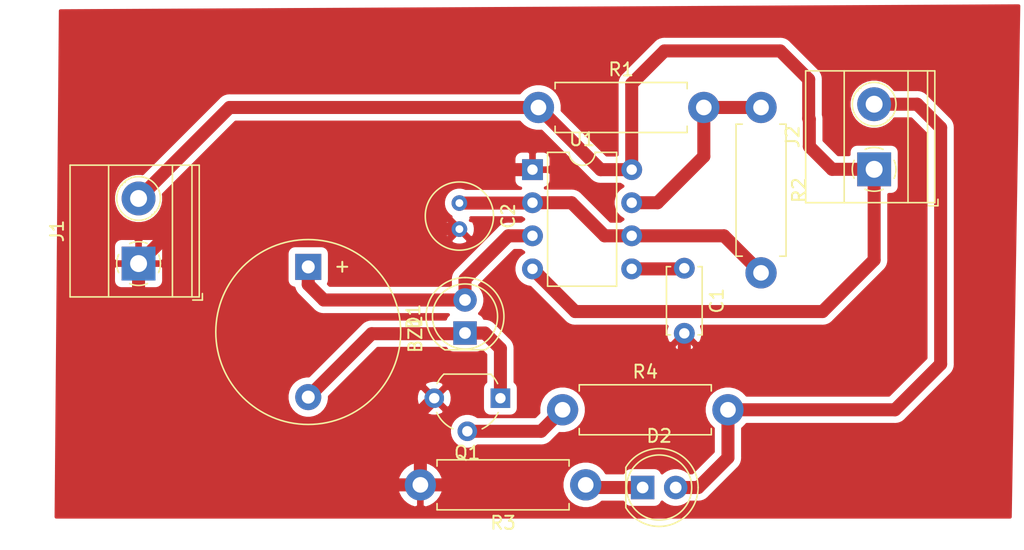
<source format=kicad_pcb>
(kicad_pcb (version 20171130) (host pcbnew "(5.1.12)-1")

  (general
    (thickness 1.6)
    (drawings 4)
    (tracks 75)
    (zones 0)
    (modules 13)
    (nets 11)
  )

  (page A4)
  (layers
    (0 F.Cu signal)
    (31 B.Cu signal)
    (32 B.Adhes user)
    (33 F.Adhes user)
    (34 B.Paste user)
    (35 F.Paste user)
    (36 B.SilkS user)
    (37 F.SilkS user)
    (38 B.Mask user)
    (39 F.Mask user)
    (40 Dwgs.User user)
    (41 Cmts.User user)
    (42 Eco1.User user)
    (43 Eco2.User user)
    (44 Edge.Cuts user)
    (45 Margin user)
    (46 B.CrtYd user)
    (47 F.CrtYd user)
    (48 B.Fab user)
    (49 F.Fab user)
  )

  (setup
    (last_trace_width 1)
    (trace_clearance 0.2)
    (zone_clearance 0.508)
    (zone_45_only no)
    (trace_min 0.2)
    (via_size 0.8)
    (via_drill 0.4)
    (via_min_size 0.4)
    (via_min_drill 0.3)
    (uvia_size 0.3)
    (uvia_drill 0.1)
    (uvias_allowed no)
    (uvia_min_size 0.2)
    (uvia_min_drill 0.1)
    (edge_width 0.05)
    (segment_width 0.2)
    (pcb_text_width 0.3)
    (pcb_text_size 1.5 1.5)
    (mod_edge_width 0.12)
    (mod_text_size 1 1)
    (mod_text_width 0.15)
    (pad_size 1.524 1.524)
    (pad_drill 0.762)
    (pad_to_mask_clearance 0)
    (aux_axis_origin 0 0)
    (visible_elements FFFFFF7F)
    (pcbplotparams
      (layerselection 0x010fc_ffffffff)
      (usegerberextensions false)
      (usegerberattributes true)
      (usegerberadvancedattributes true)
      (creategerberjobfile true)
      (excludeedgelayer true)
      (linewidth 0.100000)
      (plotframeref false)
      (viasonmask false)
      (mode 1)
      (useauxorigin false)
      (hpglpennumber 1)
      (hpglpenspeed 20)
      (hpglpendiameter 15.000000)
      (psnegative false)
      (psa4output false)
      (plotreference true)
      (plotvalue true)
      (plotinvisibletext false)
      (padsonsilk false)
      (subtractmaskfromsilk false)
      (outputformat 1)
      (mirror false)
      (drillshape 1)
      (scaleselection 1)
      (outputdirectory ""))
  )

  (net 0 "")
  (net 1 "Net-(BZ1-Pad1)")
  (net 2 "Net-(BZ1-Pad2)")
  (net 3 GND)
  (net 4 "Net-(C1-Pad1)")
  (net 5 "Net-(D2-Pad2)")
  (net 6 "Net-(D2-Pad1)")
  (net 7 "Net-(J1-Pad2)")
  (net 8 "Net-(Q1-Pad2)")
  (net 9 "Net-(R1-Pad2)")
  (net 10 "Net-(C2-Pad1)")

  (net_class Default "This is the default net class."
    (clearance 0.2)
    (trace_width 1)
    (via_dia 0.8)
    (via_drill 0.4)
    (uvia_dia 0.3)
    (uvia_drill 0.1)
    (add_net GND)
    (add_net "Net-(BZ1-Pad1)")
    (add_net "Net-(BZ1-Pad2)")
    (add_net "Net-(C1-Pad1)")
    (add_net "Net-(C2-Pad1)")
    (add_net "Net-(D2-Pad1)")
    (add_net "Net-(D2-Pad2)")
    (add_net "Net-(J1-Pad2)")
    (add_net "Net-(Q1-Pad2)")
    (add_net "Net-(R1-Pad2)")
  )

  (module Package_DIP:DIP-8_W7.62mm (layer F.Cu) (tedit 5A02E8C5) (tstamp 6194AA10)
    (at 94.5388 119.126)
    (descr "8-lead though-hole mounted DIP package, row spacing 7.62 mm (300 mils)")
    (tags "THT DIP DIL PDIP 2.54mm 7.62mm 300mil")
    (path /61A2F806)
    (fp_text reference U1 (at 3.81 -2.33) (layer F.SilkS)
      (effects (font (size 1 1) (thickness 0.15)))
    )
    (fp_text value NE555P (at 3.81 9.95) (layer F.Fab)
      (effects (font (size 1 1) (thickness 0.15)))
    )
    (fp_text user %R (at 3.81 3.81) (layer F.Fab)
      (effects (font (size 1 1) (thickness 0.15)))
    )
    (fp_arc (start 3.81 -1.33) (end 2.81 -1.33) (angle -180) (layer F.SilkS) (width 0.12))
    (fp_line (start 1.635 -1.27) (end 6.985 -1.27) (layer F.Fab) (width 0.1))
    (fp_line (start 6.985 -1.27) (end 6.985 8.89) (layer F.Fab) (width 0.1))
    (fp_line (start 6.985 8.89) (end 0.635 8.89) (layer F.Fab) (width 0.1))
    (fp_line (start 0.635 8.89) (end 0.635 -0.27) (layer F.Fab) (width 0.1))
    (fp_line (start 0.635 -0.27) (end 1.635 -1.27) (layer F.Fab) (width 0.1))
    (fp_line (start 2.81 -1.33) (end 1.16 -1.33) (layer F.SilkS) (width 0.12))
    (fp_line (start 1.16 -1.33) (end 1.16 8.95) (layer F.SilkS) (width 0.12))
    (fp_line (start 1.16 8.95) (end 6.46 8.95) (layer F.SilkS) (width 0.12))
    (fp_line (start 6.46 8.95) (end 6.46 -1.33) (layer F.SilkS) (width 0.12))
    (fp_line (start 6.46 -1.33) (end 4.81 -1.33) (layer F.SilkS) (width 0.12))
    (fp_line (start -1.1 -1.55) (end -1.1 9.15) (layer F.CrtYd) (width 0.05))
    (fp_line (start -1.1 9.15) (end 8.7 9.15) (layer F.CrtYd) (width 0.05))
    (fp_line (start 8.7 9.15) (end 8.7 -1.55) (layer F.CrtYd) (width 0.05))
    (fp_line (start 8.7 -1.55) (end -1.1 -1.55) (layer F.CrtYd) (width 0.05))
    (pad 8 thru_hole oval (at 7.62 0) (size 1.6 1.6) (drill 0.8) (layers *.Cu *.Mask)
      (net 7 "Net-(J1-Pad2)"))
    (pad 4 thru_hole oval (at 0 7.62) (size 1.6 1.6) (drill 0.8) (layers *.Cu *.Mask)
      (net 7 "Net-(J1-Pad2)"))
    (pad 7 thru_hole oval (at 7.62 2.54) (size 1.6 1.6) (drill 0.8) (layers *.Cu *.Mask)
      (net 9 "Net-(R1-Pad2)"))
    (pad 3 thru_hole oval (at 0 5.08) (size 1.6 1.6) (drill 0.8) (layers *.Cu *.Mask)
      (net 1 "Net-(BZ1-Pad1)"))
    (pad 6 thru_hole oval (at 7.62 5.08) (size 1.6 1.6) (drill 0.8) (layers *.Cu *.Mask)
      (net 10 "Net-(C2-Pad1)"))
    (pad 2 thru_hole oval (at 0 2.54) (size 1.6 1.6) (drill 0.8) (layers *.Cu *.Mask)
      (net 10 "Net-(C2-Pad1)"))
    (pad 5 thru_hole oval (at 7.62 7.62) (size 1.6 1.6) (drill 0.8) (layers *.Cu *.Mask)
      (net 4 "Net-(C1-Pad1)"))
    (pad 1 thru_hole rect (at 0 0) (size 1.6 1.6) (drill 0.8) (layers *.Cu *.Mask)
      (net 3 GND))
    (model ${KISYS3DMOD}/Package_DIP.3dshapes/DIP-8_W7.62mm.wrl
      (at (xyz 0 0 0))
      (scale (xyz 1 1 1))
      (rotate (xyz 0 0 0))
    )
  )

  (module Resistor_THT:R_Axial_DIN0411_L9.9mm_D3.6mm_P12.70mm_Horizontal (layer F.Cu) (tedit 5AE5139B) (tstamp 6194A9F4)
    (at 96.8502 137.5664)
    (descr "Resistor, Axial_DIN0411 series, Axial, Horizontal, pin pitch=12.7mm, 1W, length*diameter=9.9*3.6mm^2")
    (tags "Resistor Axial_DIN0411 series Axial Horizontal pin pitch 12.7mm 1W length 9.9mm diameter 3.6mm")
    (path /61A25E83)
    (fp_text reference R4 (at 6.35 -2.92) (layer F.SilkS)
      (effects (font (size 1 1) (thickness 0.15)))
    )
    (fp_text value R_Small (at 6.35 2.92) (layer F.Fab)
      (effects (font (size 1 1) (thickness 0.15)))
    )
    (fp_text user %R (at 6.35 0) (layer F.Fab)
      (effects (font (size 1 1) (thickness 0.15)))
    )
    (fp_line (start 1.4 -1.8) (end 1.4 1.8) (layer F.Fab) (width 0.1))
    (fp_line (start 1.4 1.8) (end 11.3 1.8) (layer F.Fab) (width 0.1))
    (fp_line (start 11.3 1.8) (end 11.3 -1.8) (layer F.Fab) (width 0.1))
    (fp_line (start 11.3 -1.8) (end 1.4 -1.8) (layer F.Fab) (width 0.1))
    (fp_line (start 0 0) (end 1.4 0) (layer F.Fab) (width 0.1))
    (fp_line (start 12.7 0) (end 11.3 0) (layer F.Fab) (width 0.1))
    (fp_line (start 1.28 -1.44) (end 1.28 -1.92) (layer F.SilkS) (width 0.12))
    (fp_line (start 1.28 -1.92) (end 11.42 -1.92) (layer F.SilkS) (width 0.12))
    (fp_line (start 11.42 -1.92) (end 11.42 -1.44) (layer F.SilkS) (width 0.12))
    (fp_line (start 1.28 1.44) (end 1.28 1.92) (layer F.SilkS) (width 0.12))
    (fp_line (start 1.28 1.92) (end 11.42 1.92) (layer F.SilkS) (width 0.12))
    (fp_line (start 11.42 1.92) (end 11.42 1.44) (layer F.SilkS) (width 0.12))
    (fp_line (start -1.45 -2.05) (end -1.45 2.05) (layer F.CrtYd) (width 0.05))
    (fp_line (start -1.45 2.05) (end 14.15 2.05) (layer F.CrtYd) (width 0.05))
    (fp_line (start 14.15 2.05) (end 14.15 -2.05) (layer F.CrtYd) (width 0.05))
    (fp_line (start 14.15 -2.05) (end -1.45 -2.05) (layer F.CrtYd) (width 0.05))
    (pad 2 thru_hole oval (at 12.7 0) (size 2.4 2.4) (drill 1.2) (layers *.Cu *.Mask)
      (net 5 "Net-(D2-Pad2)"))
    (pad 1 thru_hole circle (at 0 0) (size 2.4 2.4) (drill 1.2) (layers *.Cu *.Mask)
      (net 8 "Net-(Q1-Pad2)"))
    (model ${KISYS3DMOD}/Resistor_THT.3dshapes/R_Axial_DIN0411_L9.9mm_D3.6mm_P12.70mm_Horizontal.wrl
      (at (xyz 0 0 0))
      (scale (xyz 1 1 1))
      (rotate (xyz 0 0 0))
    )
  )

  (module Resistor_THT:R_Axial_DIN0411_L9.9mm_D3.6mm_P12.70mm_Horizontal (layer F.Cu) (tedit 5AE5139B) (tstamp 6194A9DD)
    (at 98.6282 143.3322 180)
    (descr "Resistor, Axial_DIN0411 series, Axial, Horizontal, pin pitch=12.7mm, 1W, length*diameter=9.9*3.6mm^2")
    (tags "Resistor Axial_DIN0411 series Axial Horizontal pin pitch 12.7mm 1W length 9.9mm diameter 3.6mm")
    (path /61A170EA)
    (fp_text reference R3 (at 6.35 -2.92) (layer F.SilkS)
      (effects (font (size 1 1) (thickness 0.15)))
    )
    (fp_text value R_Small (at 6.35 2.92) (layer F.Fab)
      (effects (font (size 1 1) (thickness 0.15)))
    )
    (fp_text user %R (at 6.35 0) (layer F.Fab)
      (effects (font (size 1 1) (thickness 0.15)))
    )
    (fp_line (start 1.4 -1.8) (end 1.4 1.8) (layer F.Fab) (width 0.1))
    (fp_line (start 1.4 1.8) (end 11.3 1.8) (layer F.Fab) (width 0.1))
    (fp_line (start 11.3 1.8) (end 11.3 -1.8) (layer F.Fab) (width 0.1))
    (fp_line (start 11.3 -1.8) (end 1.4 -1.8) (layer F.Fab) (width 0.1))
    (fp_line (start 0 0) (end 1.4 0) (layer F.Fab) (width 0.1))
    (fp_line (start 12.7 0) (end 11.3 0) (layer F.Fab) (width 0.1))
    (fp_line (start 1.28 -1.44) (end 1.28 -1.92) (layer F.SilkS) (width 0.12))
    (fp_line (start 1.28 -1.92) (end 11.42 -1.92) (layer F.SilkS) (width 0.12))
    (fp_line (start 11.42 -1.92) (end 11.42 -1.44) (layer F.SilkS) (width 0.12))
    (fp_line (start 1.28 1.44) (end 1.28 1.92) (layer F.SilkS) (width 0.12))
    (fp_line (start 1.28 1.92) (end 11.42 1.92) (layer F.SilkS) (width 0.12))
    (fp_line (start 11.42 1.92) (end 11.42 1.44) (layer F.SilkS) (width 0.12))
    (fp_line (start -1.45 -2.05) (end -1.45 2.05) (layer F.CrtYd) (width 0.05))
    (fp_line (start -1.45 2.05) (end 14.15 2.05) (layer F.CrtYd) (width 0.05))
    (fp_line (start 14.15 2.05) (end 14.15 -2.05) (layer F.CrtYd) (width 0.05))
    (fp_line (start 14.15 -2.05) (end -1.45 -2.05) (layer F.CrtYd) (width 0.05))
    (pad 2 thru_hole oval (at 12.7 0 180) (size 2.4 2.4) (drill 1.2) (layers *.Cu *.Mask)
      (net 3 GND))
    (pad 1 thru_hole circle (at 0 0 180) (size 2.4 2.4) (drill 1.2) (layers *.Cu *.Mask)
      (net 6 "Net-(D2-Pad1)"))
    (model ${KISYS3DMOD}/Resistor_THT.3dshapes/R_Axial_DIN0411_L9.9mm_D3.6mm_P12.70mm_Horizontal.wrl
      (at (xyz 0 0 0))
      (scale (xyz 1 1 1))
      (rotate (xyz 0 0 0))
    )
  )

  (module Resistor_THT:R_Axial_DIN0411_L9.9mm_D3.6mm_P12.70mm_Horizontal (layer F.Cu) (tedit 5AE5139B) (tstamp 6194A9C6)
    (at 112.0902 114.3508 270)
    (descr "Resistor, Axial_DIN0411 series, Axial, Horizontal, pin pitch=12.7mm, 1W, length*diameter=9.9*3.6mm^2")
    (tags "Resistor Axial_DIN0411 series Axial Horizontal pin pitch 12.7mm 1W length 9.9mm diameter 3.6mm")
    (path /61A16441)
    (fp_text reference R2 (at 6.35 -2.92 90) (layer F.SilkS)
      (effects (font (size 1 1) (thickness 0.15)))
    )
    (fp_text value R_Small (at 6.35 2.92 90) (layer F.Fab)
      (effects (font (size 1 1) (thickness 0.15)))
    )
    (fp_text user %R (at 6.35 0 90) (layer F.Fab)
      (effects (font (size 1 1) (thickness 0.15)))
    )
    (fp_line (start 1.4 -1.8) (end 1.4 1.8) (layer F.Fab) (width 0.1))
    (fp_line (start 1.4 1.8) (end 11.3 1.8) (layer F.Fab) (width 0.1))
    (fp_line (start 11.3 1.8) (end 11.3 -1.8) (layer F.Fab) (width 0.1))
    (fp_line (start 11.3 -1.8) (end 1.4 -1.8) (layer F.Fab) (width 0.1))
    (fp_line (start 0 0) (end 1.4 0) (layer F.Fab) (width 0.1))
    (fp_line (start 12.7 0) (end 11.3 0) (layer F.Fab) (width 0.1))
    (fp_line (start 1.28 -1.44) (end 1.28 -1.92) (layer F.SilkS) (width 0.12))
    (fp_line (start 1.28 -1.92) (end 11.42 -1.92) (layer F.SilkS) (width 0.12))
    (fp_line (start 11.42 -1.92) (end 11.42 -1.44) (layer F.SilkS) (width 0.12))
    (fp_line (start 1.28 1.44) (end 1.28 1.92) (layer F.SilkS) (width 0.12))
    (fp_line (start 1.28 1.92) (end 11.42 1.92) (layer F.SilkS) (width 0.12))
    (fp_line (start 11.42 1.92) (end 11.42 1.44) (layer F.SilkS) (width 0.12))
    (fp_line (start -1.45 -2.05) (end -1.45 2.05) (layer F.CrtYd) (width 0.05))
    (fp_line (start -1.45 2.05) (end 14.15 2.05) (layer F.CrtYd) (width 0.05))
    (fp_line (start 14.15 2.05) (end 14.15 -2.05) (layer F.CrtYd) (width 0.05))
    (fp_line (start 14.15 -2.05) (end -1.45 -2.05) (layer F.CrtYd) (width 0.05))
    (pad 2 thru_hole oval (at 12.7 0 270) (size 2.4 2.4) (drill 1.2) (layers *.Cu *.Mask)
      (net 10 "Net-(C2-Pad1)"))
    (pad 1 thru_hole circle (at 0 0 270) (size 2.4 2.4) (drill 1.2) (layers *.Cu *.Mask)
      (net 9 "Net-(R1-Pad2)"))
    (model ${KISYS3DMOD}/Resistor_THT.3dshapes/R_Axial_DIN0411_L9.9mm_D3.6mm_P12.70mm_Horizontal.wrl
      (at (xyz 0 0 0))
      (scale (xyz 1 1 1))
      (rotate (xyz 0 0 0))
    )
  )

  (module Resistor_THT:R_Axial_DIN0411_L9.9mm_D3.6mm_P12.70mm_Horizontal (layer F.Cu) (tedit 5AE5139B) (tstamp 6194A9AF)
    (at 94.996 114.3508)
    (descr "Resistor, Axial_DIN0411 series, Axial, Horizontal, pin pitch=12.7mm, 1W, length*diameter=9.9*3.6mm^2")
    (tags "Resistor Axial_DIN0411 series Axial Horizontal pin pitch 12.7mm 1W length 9.9mm diameter 3.6mm")
    (path /61A16DD0)
    (fp_text reference R1 (at 6.35 -2.92) (layer F.SilkS)
      (effects (font (size 1 1) (thickness 0.15)))
    )
    (fp_text value R_Small (at 6.35 2.92) (layer F.Fab)
      (effects (font (size 1 1) (thickness 0.15)))
    )
    (fp_text user %R (at 6.35 0) (layer F.Fab)
      (effects (font (size 1 1) (thickness 0.15)))
    )
    (fp_line (start 1.4 -1.8) (end 1.4 1.8) (layer F.Fab) (width 0.1))
    (fp_line (start 1.4 1.8) (end 11.3 1.8) (layer F.Fab) (width 0.1))
    (fp_line (start 11.3 1.8) (end 11.3 -1.8) (layer F.Fab) (width 0.1))
    (fp_line (start 11.3 -1.8) (end 1.4 -1.8) (layer F.Fab) (width 0.1))
    (fp_line (start 0 0) (end 1.4 0) (layer F.Fab) (width 0.1))
    (fp_line (start 12.7 0) (end 11.3 0) (layer F.Fab) (width 0.1))
    (fp_line (start 1.28 -1.44) (end 1.28 -1.92) (layer F.SilkS) (width 0.12))
    (fp_line (start 1.28 -1.92) (end 11.42 -1.92) (layer F.SilkS) (width 0.12))
    (fp_line (start 11.42 -1.92) (end 11.42 -1.44) (layer F.SilkS) (width 0.12))
    (fp_line (start 1.28 1.44) (end 1.28 1.92) (layer F.SilkS) (width 0.12))
    (fp_line (start 1.28 1.92) (end 11.42 1.92) (layer F.SilkS) (width 0.12))
    (fp_line (start 11.42 1.92) (end 11.42 1.44) (layer F.SilkS) (width 0.12))
    (fp_line (start -1.45 -2.05) (end -1.45 2.05) (layer F.CrtYd) (width 0.05))
    (fp_line (start -1.45 2.05) (end 14.15 2.05) (layer F.CrtYd) (width 0.05))
    (fp_line (start 14.15 2.05) (end 14.15 -2.05) (layer F.CrtYd) (width 0.05))
    (fp_line (start 14.15 -2.05) (end -1.45 -2.05) (layer F.CrtYd) (width 0.05))
    (pad 2 thru_hole oval (at 12.7 0) (size 2.4 2.4) (drill 1.2) (layers *.Cu *.Mask)
      (net 9 "Net-(R1-Pad2)"))
    (pad 1 thru_hole circle (at 0 0) (size 2.4 2.4) (drill 1.2) (layers *.Cu *.Mask)
      (net 7 "Net-(J1-Pad2)"))
    (model ${KISYS3DMOD}/Resistor_THT.3dshapes/R_Axial_DIN0411_L9.9mm_D3.6mm_P12.70mm_Horizontal.wrl
      (at (xyz 0 0 0))
      (scale (xyz 1 1 1))
      (rotate (xyz 0 0 0))
    )
  )

  (module Package_TO_SOT_THT:TO-92_Wide (layer F.Cu) (tedit 5A2795B7) (tstamp 6194A998)
    (at 92.075 136.6774 180)
    (descr "TO-92 leads molded, wide, drill 0.75mm (see NXP sot054_po.pdf)")
    (tags "to-92 sc-43 sc-43a sot54 PA33 transistor")
    (path /61A22068)
    (fp_text reference Q1 (at 2.55 -4.19) (layer F.SilkS)
      (effects (font (size 1 1) (thickness 0.15)))
    )
    (fp_text value BC557 (at 2.54 2.79) (layer F.Fab)
      (effects (font (size 1 1) (thickness 0.15)))
    )
    (fp_arc (start 2.54 0) (end 4.34 1.85) (angle -20) (layer F.SilkS) (width 0.12))
    (fp_arc (start 2.54 0) (end 2.54 -2.48) (angle -135) (layer F.Fab) (width 0.1))
    (fp_arc (start 2.54 0) (end 2.54 -2.48) (angle 135) (layer F.Fab) (width 0.1))
    (fp_arc (start 2.54 0) (end 3.65 -2.35) (angle 39.71668247) (layer F.SilkS) (width 0.12))
    (fp_arc (start 2.54 0) (end 1.4 -2.35) (angle -39.12170074) (layer F.SilkS) (width 0.12))
    (fp_arc (start 2.54 0) (end 0.74 1.85) (angle 20) (layer F.SilkS) (width 0.12))
    (fp_text user %R (at 2.54 0) (layer F.Fab)
      (effects (font (size 1 1) (thickness 0.15)))
    )
    (fp_line (start 0.74 1.85) (end 4.34 1.85) (layer F.SilkS) (width 0.12))
    (fp_line (start 0.8 1.75) (end 4.3 1.75) (layer F.Fab) (width 0.1))
    (fp_line (start -1.01 -3.55) (end 6.09 -3.55) (layer F.CrtYd) (width 0.05))
    (fp_line (start -1.01 -3.55) (end -1.01 2.01) (layer F.CrtYd) (width 0.05))
    (fp_line (start 6.09 2.01) (end 6.09 -3.55) (layer F.CrtYd) (width 0.05))
    (fp_line (start 6.09 2.01) (end -1.01 2.01) (layer F.CrtYd) (width 0.05))
    (pad 1 thru_hole rect (at 0 0 180) (size 1.5 1.5) (drill 0.8) (layers *.Cu *.Mask)
      (net 2 "Net-(BZ1-Pad2)"))
    (pad 3 thru_hole circle (at 5.08 0 180) (size 1.5 1.5) (drill 0.8) (layers *.Cu *.Mask)
      (net 3 GND))
    (pad 2 thru_hole circle (at 2.54 -2.54 180) (size 1.5 1.5) (drill 0.8) (layers *.Cu *.Mask)
      (net 8 "Net-(Q1-Pad2)"))
    (model ${KISYS3DMOD}/Package_TO_SOT_THT.3dshapes/TO-92_Wide.wrl
      (at (xyz 0 0 0))
      (scale (xyz 1 1 1))
      (rotate (xyz 0 0 0))
    )
  )

  (module TerminalBlock_Phoenix:TerminalBlock_Phoenix_MKDS-1,5-2_1x02_P5.00mm_Horizontal (layer F.Cu) (tedit 5B294EE5) (tstamp 6194A984)
    (at 120.777 119.1006 90)
    (descr "Terminal Block Phoenix MKDS-1,5-2, 2 pins, pitch 5mm, size 10x9.8mm^2, drill diamater 1.3mm, pad diameter 2.6mm, see http://www.farnell.com/datasheets/100425.pdf, script-generated using https://github.com/pointhi/kicad-footprint-generator/scripts/TerminalBlock_Phoenix")
    (tags "THT Terminal Block Phoenix MKDS-1,5-2 pitch 5mm size 10x9.8mm^2 drill 1.3mm pad 2.6mm")
    (path /61A2945E)
    (fp_text reference J2 (at 2.5 -6.26 90) (layer F.SilkS)
      (effects (font (size 1 1) (thickness 0.15)))
    )
    (fp_text value Screw_Terminal_01x02 (at 2.5 5.66 90) (layer F.Fab)
      (effects (font (size 1 1) (thickness 0.15)))
    )
    (fp_text user %R (at 2.5 3.2 90) (layer F.Fab)
      (effects (font (size 1 1) (thickness 0.15)))
    )
    (fp_arc (start 0 0) (end -0.684 1.535) (angle -25) (layer F.SilkS) (width 0.12))
    (fp_arc (start 0 0) (end -1.535 -0.684) (angle -48) (layer F.SilkS) (width 0.12))
    (fp_arc (start 0 0) (end 0.684 -1.535) (angle -48) (layer F.SilkS) (width 0.12))
    (fp_arc (start 0 0) (end 1.535 0.684) (angle -48) (layer F.SilkS) (width 0.12))
    (fp_arc (start 0 0) (end 0 1.68) (angle -24) (layer F.SilkS) (width 0.12))
    (fp_circle (center 0 0) (end 1.5 0) (layer F.Fab) (width 0.1))
    (fp_circle (center 5 0) (end 6.5 0) (layer F.Fab) (width 0.1))
    (fp_circle (center 5 0) (end 6.68 0) (layer F.SilkS) (width 0.12))
    (fp_line (start -2.5 -5.2) (end 7.5 -5.2) (layer F.Fab) (width 0.1))
    (fp_line (start 7.5 -5.2) (end 7.5 4.6) (layer F.Fab) (width 0.1))
    (fp_line (start 7.5 4.6) (end -2 4.6) (layer F.Fab) (width 0.1))
    (fp_line (start -2 4.6) (end -2.5 4.1) (layer F.Fab) (width 0.1))
    (fp_line (start -2.5 4.1) (end -2.5 -5.2) (layer F.Fab) (width 0.1))
    (fp_line (start -2.5 4.1) (end 7.5 4.1) (layer F.Fab) (width 0.1))
    (fp_line (start -2.56 4.1) (end 7.56 4.1) (layer F.SilkS) (width 0.12))
    (fp_line (start -2.5 2.6) (end 7.5 2.6) (layer F.Fab) (width 0.1))
    (fp_line (start -2.56 2.6) (end 7.56 2.6) (layer F.SilkS) (width 0.12))
    (fp_line (start -2.5 -2.3) (end 7.5 -2.3) (layer F.Fab) (width 0.1))
    (fp_line (start -2.56 -2.301) (end 7.56 -2.301) (layer F.SilkS) (width 0.12))
    (fp_line (start -2.56 -5.261) (end 7.56 -5.261) (layer F.SilkS) (width 0.12))
    (fp_line (start -2.56 4.66) (end 7.56 4.66) (layer F.SilkS) (width 0.12))
    (fp_line (start -2.56 -5.261) (end -2.56 4.66) (layer F.SilkS) (width 0.12))
    (fp_line (start 7.56 -5.261) (end 7.56 4.66) (layer F.SilkS) (width 0.12))
    (fp_line (start 1.138 -0.955) (end -0.955 1.138) (layer F.Fab) (width 0.1))
    (fp_line (start 0.955 -1.138) (end -1.138 0.955) (layer F.Fab) (width 0.1))
    (fp_line (start 6.138 -0.955) (end 4.046 1.138) (layer F.Fab) (width 0.1))
    (fp_line (start 5.955 -1.138) (end 3.863 0.955) (layer F.Fab) (width 0.1))
    (fp_line (start 6.275 -1.069) (end 6.228 -1.023) (layer F.SilkS) (width 0.12))
    (fp_line (start 3.966 1.239) (end 3.931 1.274) (layer F.SilkS) (width 0.12))
    (fp_line (start 6.07 -1.275) (end 6.035 -1.239) (layer F.SilkS) (width 0.12))
    (fp_line (start 3.773 1.023) (end 3.726 1.069) (layer F.SilkS) (width 0.12))
    (fp_line (start -2.8 4.16) (end -2.8 4.9) (layer F.SilkS) (width 0.12))
    (fp_line (start -2.8 4.9) (end -2.3 4.9) (layer F.SilkS) (width 0.12))
    (fp_line (start -3 -5.71) (end -3 5.1) (layer F.CrtYd) (width 0.05))
    (fp_line (start -3 5.1) (end 8 5.1) (layer F.CrtYd) (width 0.05))
    (fp_line (start 8 5.1) (end 8 -5.71) (layer F.CrtYd) (width 0.05))
    (fp_line (start 8 -5.71) (end -3 -5.71) (layer F.CrtYd) (width 0.05))
    (pad 2 thru_hole circle (at 5 0 90) (size 2.6 2.6) (drill 1.3) (layers *.Cu *.Mask)
      (net 5 "Net-(D2-Pad2)"))
    (pad 1 thru_hole rect (at 0 0 90) (size 2.6 2.6) (drill 1.3) (layers *.Cu *.Mask)
      (net 7 "Net-(J1-Pad2)"))
    (model ${KISYS3DMOD}/TerminalBlock_Phoenix.3dshapes/TerminalBlock_Phoenix_MKDS-1,5-2_1x02_P5.00mm_Horizontal.wrl
      (at (xyz 0 0 0))
      (scale (xyz 1 1 1))
      (rotate (xyz 0 0 0))
    )
  )

  (module TerminalBlock_Phoenix:TerminalBlock_Phoenix_MKDS-1,5-2_1x02_P5.00mm_Horizontal (layer F.Cu) (tedit 5B294EE5) (tstamp 6194A958)
    (at 64.2874 126.3396 90)
    (descr "Terminal Block Phoenix MKDS-1,5-2, 2 pins, pitch 5mm, size 10x9.8mm^2, drill diamater 1.3mm, pad diameter 2.6mm, see http://www.farnell.com/datasheets/100425.pdf, script-generated using https://github.com/pointhi/kicad-footprint-generator/scripts/TerminalBlock_Phoenix")
    (tags "THT Terminal Block Phoenix MKDS-1,5-2 pitch 5mm size 10x9.8mm^2 drill 1.3mm pad 2.6mm")
    (path /61A1C52B)
    (fp_text reference J1 (at 2.5 -6.26 90) (layer F.SilkS)
      (effects (font (size 1 1) (thickness 0.15)))
    )
    (fp_text value Screw_Terminal_01x02 (at 2.5 5.66 90) (layer F.Fab)
      (effects (font (size 1 1) (thickness 0.15)))
    )
    (fp_text user %R (at 2.5 3.2 90) (layer F.Fab)
      (effects (font (size 1 1) (thickness 0.15)))
    )
    (fp_arc (start 0 0) (end -0.684 1.535) (angle -25) (layer F.SilkS) (width 0.12))
    (fp_arc (start 0 0) (end -1.535 -0.684) (angle -48) (layer F.SilkS) (width 0.12))
    (fp_arc (start 0 0) (end 0.684 -1.535) (angle -48) (layer F.SilkS) (width 0.12))
    (fp_arc (start 0 0) (end 1.535 0.684) (angle -48) (layer F.SilkS) (width 0.12))
    (fp_arc (start 0 0) (end 0 1.68) (angle -24) (layer F.SilkS) (width 0.12))
    (fp_circle (center 0 0) (end 1.5 0) (layer F.Fab) (width 0.1))
    (fp_circle (center 5 0) (end 6.5 0) (layer F.Fab) (width 0.1))
    (fp_circle (center 5 0) (end 6.68 0) (layer F.SilkS) (width 0.12))
    (fp_line (start -2.5 -5.2) (end 7.5 -5.2) (layer F.Fab) (width 0.1))
    (fp_line (start 7.5 -5.2) (end 7.5 4.6) (layer F.Fab) (width 0.1))
    (fp_line (start 7.5 4.6) (end -2 4.6) (layer F.Fab) (width 0.1))
    (fp_line (start -2 4.6) (end -2.5 4.1) (layer F.Fab) (width 0.1))
    (fp_line (start -2.5 4.1) (end -2.5 -5.2) (layer F.Fab) (width 0.1))
    (fp_line (start -2.5 4.1) (end 7.5 4.1) (layer F.Fab) (width 0.1))
    (fp_line (start -2.56 4.1) (end 7.56 4.1) (layer F.SilkS) (width 0.12))
    (fp_line (start -2.5 2.6) (end 7.5 2.6) (layer F.Fab) (width 0.1))
    (fp_line (start -2.56 2.6) (end 7.56 2.6) (layer F.SilkS) (width 0.12))
    (fp_line (start -2.5 -2.3) (end 7.5 -2.3) (layer F.Fab) (width 0.1))
    (fp_line (start -2.56 -2.301) (end 7.56 -2.301) (layer F.SilkS) (width 0.12))
    (fp_line (start -2.56 -5.261) (end 7.56 -5.261) (layer F.SilkS) (width 0.12))
    (fp_line (start -2.56 4.66) (end 7.56 4.66) (layer F.SilkS) (width 0.12))
    (fp_line (start -2.56 -5.261) (end -2.56 4.66) (layer F.SilkS) (width 0.12))
    (fp_line (start 7.56 -5.261) (end 7.56 4.66) (layer F.SilkS) (width 0.12))
    (fp_line (start 1.138 -0.955) (end -0.955 1.138) (layer F.Fab) (width 0.1))
    (fp_line (start 0.955 -1.138) (end -1.138 0.955) (layer F.Fab) (width 0.1))
    (fp_line (start 6.138 -0.955) (end 4.046 1.138) (layer F.Fab) (width 0.1))
    (fp_line (start 5.955 -1.138) (end 3.863 0.955) (layer F.Fab) (width 0.1))
    (fp_line (start 6.275 -1.069) (end 6.228 -1.023) (layer F.SilkS) (width 0.12))
    (fp_line (start 3.966 1.239) (end 3.931 1.274) (layer F.SilkS) (width 0.12))
    (fp_line (start 6.07 -1.275) (end 6.035 -1.239) (layer F.SilkS) (width 0.12))
    (fp_line (start 3.773 1.023) (end 3.726 1.069) (layer F.SilkS) (width 0.12))
    (fp_line (start -2.8 4.16) (end -2.8 4.9) (layer F.SilkS) (width 0.12))
    (fp_line (start -2.8 4.9) (end -2.3 4.9) (layer F.SilkS) (width 0.12))
    (fp_line (start -3 -5.71) (end -3 5.1) (layer F.CrtYd) (width 0.05))
    (fp_line (start -3 5.1) (end 8 5.1) (layer F.CrtYd) (width 0.05))
    (fp_line (start 8 5.1) (end 8 -5.71) (layer F.CrtYd) (width 0.05))
    (fp_line (start 8 -5.71) (end -3 -5.71) (layer F.CrtYd) (width 0.05))
    (pad 2 thru_hole circle (at 5 0 90) (size 2.6 2.6) (drill 1.3) (layers *.Cu *.Mask)
      (net 7 "Net-(J1-Pad2)"))
    (pad 1 thru_hole rect (at 0 0 90) (size 2.6 2.6) (drill 1.3) (layers *.Cu *.Mask)
      (net 3 GND))
    (model ${KISYS3DMOD}/TerminalBlock_Phoenix.3dshapes/TerminalBlock_Phoenix_MKDS-1,5-2_1x02_P5.00mm_Horizontal.wrl
      (at (xyz 0 0 0))
      (scale (xyz 1 1 1))
      (rotate (xyz 0 0 0))
    )
  )

  (module LED_THT:LED_D5.0mm (layer F.Cu) (tedit 5995936A) (tstamp 6194A92C)
    (at 102.997 143.5354)
    (descr "LED, diameter 5.0mm, 2 pins, http://cdn-reichelt.de/documents/datenblatt/A500/LL-504BC2E-009.pdf")
    (tags "LED diameter 5.0mm 2 pins")
    (path /61A185DD)
    (fp_text reference D2 (at 1.27 -3.96) (layer F.SilkS)
      (effects (font (size 1 1) (thickness 0.15)))
    )
    (fp_text value LED (at 1.27 3.96) (layer F.Fab)
      (effects (font (size 1 1) (thickness 0.15)))
    )
    (fp_text user %R (at 1.25 0) (layer F.Fab)
      (effects (font (size 0.8 0.8) (thickness 0.2)))
    )
    (fp_arc (start 1.27 0) (end -1.29 1.54483) (angle -148.9) (layer F.SilkS) (width 0.12))
    (fp_arc (start 1.27 0) (end -1.29 -1.54483) (angle 148.9) (layer F.SilkS) (width 0.12))
    (fp_arc (start 1.27 0) (end -1.23 -1.469694) (angle 299.1) (layer F.Fab) (width 0.1))
    (fp_circle (center 1.27 0) (end 3.77 0) (layer F.Fab) (width 0.1))
    (fp_circle (center 1.27 0) (end 3.77 0) (layer F.SilkS) (width 0.12))
    (fp_line (start -1.23 -1.469694) (end -1.23 1.469694) (layer F.Fab) (width 0.1))
    (fp_line (start -1.29 -1.545) (end -1.29 1.545) (layer F.SilkS) (width 0.12))
    (fp_line (start -1.95 -3.25) (end -1.95 3.25) (layer F.CrtYd) (width 0.05))
    (fp_line (start -1.95 3.25) (end 4.5 3.25) (layer F.CrtYd) (width 0.05))
    (fp_line (start 4.5 3.25) (end 4.5 -3.25) (layer F.CrtYd) (width 0.05))
    (fp_line (start 4.5 -3.25) (end -1.95 -3.25) (layer F.CrtYd) (width 0.05))
    (pad 2 thru_hole circle (at 2.54 0) (size 1.8 1.8) (drill 0.9) (layers *.Cu *.Mask)
      (net 5 "Net-(D2-Pad2)"))
    (pad 1 thru_hole rect (at 0 0) (size 1.8 1.8) (drill 0.9) (layers *.Cu *.Mask)
      (net 6 "Net-(D2-Pad1)"))
    (model ${KISYS3DMOD}/LED_THT.3dshapes/LED_D5.0mm.wrl
      (at (xyz 0 0 0))
      (scale (xyz 1 1 1))
      (rotate (xyz 0 0 0))
    )
  )

  (module LED_THT:LED_D5.0mm (layer F.Cu) (tedit 5995936A) (tstamp 6194A91A)
    (at 89.3572 131.6736 90)
    (descr "LED, diameter 5.0mm, 2 pins, http://cdn-reichelt.de/documents/datenblatt/A500/LL-504BC2E-009.pdf")
    (tags "LED diameter 5.0mm 2 pins")
    (path /61A17708)
    (fp_text reference D1 (at 1.27 -3.96 90) (layer F.SilkS)
      (effects (font (size 1 1) (thickness 0.15)))
    )
    (fp_text value LED (at 1.27 3.96 90) (layer F.Fab)
      (effects (font (size 1 1) (thickness 0.15)))
    )
    (fp_text user %R (at 1.25 0 90) (layer F.Fab)
      (effects (font (size 0.8 0.8) (thickness 0.2)))
    )
    (fp_arc (start 1.27 0) (end -1.29 1.54483) (angle -148.9) (layer F.SilkS) (width 0.12))
    (fp_arc (start 1.27 0) (end -1.29 -1.54483) (angle 148.9) (layer F.SilkS) (width 0.12))
    (fp_arc (start 1.27 0) (end -1.23 -1.469694) (angle 299.1) (layer F.Fab) (width 0.1))
    (fp_circle (center 1.27 0) (end 3.77 0) (layer F.Fab) (width 0.1))
    (fp_circle (center 1.27 0) (end 3.77 0) (layer F.SilkS) (width 0.12))
    (fp_line (start -1.23 -1.469694) (end -1.23 1.469694) (layer F.Fab) (width 0.1))
    (fp_line (start -1.29 -1.545) (end -1.29 1.545) (layer F.SilkS) (width 0.12))
    (fp_line (start -1.95 -3.25) (end -1.95 3.25) (layer F.CrtYd) (width 0.05))
    (fp_line (start -1.95 3.25) (end 4.5 3.25) (layer F.CrtYd) (width 0.05))
    (fp_line (start 4.5 3.25) (end 4.5 -3.25) (layer F.CrtYd) (width 0.05))
    (fp_line (start 4.5 -3.25) (end -1.95 -3.25) (layer F.CrtYd) (width 0.05))
    (pad 2 thru_hole circle (at 2.54 0 90) (size 1.8 1.8) (drill 0.9) (layers *.Cu *.Mask)
      (net 1 "Net-(BZ1-Pad1)"))
    (pad 1 thru_hole rect (at 0 0 90) (size 1.8 1.8) (drill 0.9) (layers *.Cu *.Mask)
      (net 2 "Net-(BZ1-Pad2)"))
    (model ${KISYS3DMOD}/LED_THT.3dshapes/LED_D5.0mm.wrl
      (at (xyz 0 0 0))
      (scale (xyz 1 1 1))
      (rotate (xyz 0 0 0))
    )
  )

  (module Capacitor_THT:C_Radial_D5.0mm_H7.0mm_P2.00mm (layer F.Cu) (tedit 5BC5C9B9) (tstamp 6194A908)
    (at 88.9254 121.6914 270)
    (descr "C, Radial series, Radial, pin pitch=2.00mm, diameter=5mm, height=7mm, Non-Polar Electrolytic Capacitor")
    (tags "C Radial series Radial pin pitch 2.00mm diameter 5mm height 7mm Non-Polar Electrolytic Capacitor")
    (path /61A151E4)
    (fp_text reference C2 (at 1 -3.75 90) (layer F.SilkS)
      (effects (font (size 1 1) (thickness 0.15)))
    )
    (fp_text value CP_Small (at 1 3.75 90) (layer F.Fab)
      (effects (font (size 1 1) (thickness 0.15)))
    )
    (fp_text user %R (at 1 0 90) (layer F.Fab)
      (effects (font (size 1 1) (thickness 0.15)))
    )
    (fp_circle (center 1 0) (end 3.5 0) (layer F.Fab) (width 0.1))
    (fp_circle (center 1 0) (end 3.62 0) (layer F.SilkS) (width 0.12))
    (fp_circle (center 1 0) (end 3.75 0) (layer F.CrtYd) (width 0.05))
    (pad 2 thru_hole circle (at 2 0 270) (size 1.2 1.2) (drill 0.6) (layers *.Cu *.Mask)
      (net 3 GND))
    (pad 1 thru_hole circle (at 0 0 270) (size 1.2 1.2) (drill 0.6) (layers *.Cu *.Mask)
      (net 10 "Net-(C2-Pad1)"))
    (model ${KISYS3DMOD}/Capacitor_THT.3dshapes/C_Radial_D5.0mm_H7.0mm_P2.00mm.wrl
      (at (xyz 0 0 0))
      (scale (xyz 1 1 1))
      (rotate (xyz 0 0 0))
    )
  )

  (module Capacitor_THT:C_Disc_D5.0mm_W2.5mm_P5.00mm (layer F.Cu) (tedit 5AE50EF0) (tstamp 6194A8FE)
    (at 106.1974 126.6952 270)
    (descr "C, Disc series, Radial, pin pitch=5.00mm, , diameter*width=5*2.5mm^2, Capacitor, http://cdn-reichelt.de/documents/datenblatt/B300/DS_KERKO_TC.pdf")
    (tags "C Disc series Radial pin pitch 5.00mm  diameter 5mm width 2.5mm Capacitor")
    (path /61A147E0)
    (fp_text reference C1 (at 2.5 -2.5 90) (layer F.SilkS)
      (effects (font (size 1 1) (thickness 0.15)))
    )
    (fp_text value C (at 2.5 2.5 90) (layer F.Fab)
      (effects (font (size 1 1) (thickness 0.15)))
    )
    (fp_text user %R (at 2.3052 0.4302 90) (layer F.Fab)
      (effects (font (size 1 1) (thickness 0.15)))
    )
    (fp_line (start 0 -1.25) (end 0 1.25) (layer F.Fab) (width 0.1))
    (fp_line (start 0 1.25) (end 5 1.25) (layer F.Fab) (width 0.1))
    (fp_line (start 5 1.25) (end 5 -1.25) (layer F.Fab) (width 0.1))
    (fp_line (start 5 -1.25) (end 0 -1.25) (layer F.Fab) (width 0.1))
    (fp_line (start -0.12 -1.37) (end 5.12 -1.37) (layer F.SilkS) (width 0.12))
    (fp_line (start -0.12 1.37) (end 5.12 1.37) (layer F.SilkS) (width 0.12))
    (fp_line (start -0.12 -1.37) (end -0.12 -1.055) (layer F.SilkS) (width 0.12))
    (fp_line (start -0.12 1.055) (end -0.12 1.37) (layer F.SilkS) (width 0.12))
    (fp_line (start 5.12 -1.37) (end 5.12 -1.055) (layer F.SilkS) (width 0.12))
    (fp_line (start 5.12 1.055) (end 5.12 1.37) (layer F.SilkS) (width 0.12))
    (fp_line (start -1.05 -1.5) (end -1.05 1.5) (layer F.CrtYd) (width 0.05))
    (fp_line (start -1.05 1.5) (end 6.05 1.5) (layer F.CrtYd) (width 0.05))
    (fp_line (start 6.05 1.5) (end 6.05 -1.5) (layer F.CrtYd) (width 0.05))
    (fp_line (start 6.05 -1.5) (end -1.05 -1.5) (layer F.CrtYd) (width 0.05))
    (pad 2 thru_hole circle (at 5 0 270) (size 1.6 1.6) (drill 0.8) (layers *.Cu *.Mask)
      (net 3 GND))
    (pad 1 thru_hole circle (at 0 0 270) (size 1.6 1.6) (drill 0.8) (layers *.Cu *.Mask)
      (net 4 "Net-(C1-Pad1)"))
    (model ${KISYS3DMOD}/Capacitor_THT.3dshapes/C_Disc_D5.0mm_W2.5mm_P5.00mm.wrl
      (at (xyz 0 0 0))
      (scale (xyz 1 1 1))
      (rotate (xyz 0 0 0))
    )
  )

  (module Buzzer_Beeper:Buzzer_D14mm_H7mm_P10mm (layer F.Cu) (tedit 5D8D727F) (tstamp 6194A8E9)
    (at 77.3176 126.5936 270)
    (descr "Generic Buzzer, D14mm height 7mm with pitch 10mm")
    (tags buzzer)
    (path /61A19036)
    (fp_text reference BZ1 (at 5.16 -8.23 90) (layer F.SilkS)
      (effects (font (size 1 1) (thickness 0.15)))
    )
    (fp_text value Buzzer (at 4.69 8.41 90) (layer F.Fab)
      (effects (font (size 1 1) (thickness 0.15)))
    )
    (fp_text user + (at -0.01 -2.54 90) (layer F.Fab)
      (effects (font (size 1 1) (thickness 0.15)))
    )
    (fp_text user + (at -0.01 -2.54 90) (layer F.SilkS)
      (effects (font (size 1 1) (thickness 0.15)))
    )
    (fp_text user %R (at 5.32 2.27 90) (layer F.Fab)
      (effects (font (size 1 1) (thickness 0.15)))
    )
    (fp_circle (center 5 0) (end 6 0) (layer F.Fab) (width 0.1))
    (fp_circle (center 5 0) (end 12 0) (layer F.Fab) (width 0.1))
    (fp_circle (center 5 0) (end 12.1 0) (layer F.SilkS) (width 0.12))
    (fp_circle (center 5 0) (end 12.25 0) (layer F.CrtYd) (width 0.05))
    (pad 1 thru_hole rect (at 0 0 270) (size 2 2) (drill 1) (layers *.Cu *.Mask)
      (net 1 "Net-(BZ1-Pad1)"))
    (pad 2 thru_hole circle (at 10 0 270) (size 2 2) (drill 1) (layers *.Cu *.Mask)
      (net 2 "Net-(BZ1-Pad2)"))
    (model ${KISYS3DMOD}/Buzzer_Beeper.3dshapes/Buzzer_D14mm_H7mm_P10mm.wrl
      (at (xyz 0 0 0))
      (scale (xyz 1 1 1))
      (rotate (xyz 0 0 0))
    )
  )

  (gr_line (start 53.9242 106.553) (end 132.2324 106.172) (layer Dwgs.User) (width 0.15))
  (gr_line (start 53.721 147.6502) (end 53.9242 106.553) (layer Dwgs.User) (width 0.15))
  (gr_line (start 132.1308 147.5486) (end 53.721 147.6502) (layer Dwgs.User) (width 0.15))
  (gr_line (start 132.2324 106.172) (end 132.1308 147.5486) (layer Dwgs.User) (width 0.15))

  (segment (start 77.3176 126.5936) (end 77.3176 127.9398) (width 1) (layer F.Cu) (net 1))
  (segment (start 78.5114 129.1336) (end 89.3572 129.1336) (width 1) (layer F.Cu) (net 1))
  (segment (start 77.3176 127.9398) (end 78.5114 129.1336) (width 1) (layer F.Cu) (net 1))
  (segment (start 89.3572 129.1336) (end 89.3572 127.5334) (width 1) (layer F.Cu) (net 1))
  (segment (start 92.6846 124.206) (end 94.5388 124.206) (width 1) (layer F.Cu) (net 1))
  (segment (start 89.3572 127.5334) (end 92.6846 124.206) (width 1) (layer F.Cu) (net 1))
  (segment (start 89.3064 131.7244) (end 89.3572 131.6736) (width 1) (layer F.Cu) (net 2))
  (segment (start 82.1868 131.7244) (end 89.3064 131.7244) (width 1) (layer F.Cu) (net 2))
  (segment (start 77.3176 136.5936) (end 82.1868 131.7244) (width 1) (layer F.Cu) (net 2))
  (segment (start 90.8812 131.6736) (end 89.3572 131.6736) (width 1) (layer F.Cu) (net 2))
  (segment (start 92.075 132.8674) (end 90.8812 131.6736) (width 1) (layer F.Cu) (net 2))
  (segment (start 92.075 136.6774) (end 92.075 132.8674) (width 1) (layer F.Cu) (net 2))
  (segment (start 79.4258 119.126) (end 94.5388 119.126) (width 1) (layer F.Cu) (net 3))
  (segment (start 88.9254 123.6914) (end 82.4164 123.6914) (width 1) (layer F.Cu) (net 3))
  (segment (start 79.4258 120.7008) (end 79.4258 119.126) (width 1) (layer F.Cu) (net 3))
  (segment (start 82.4164 123.6914) (end 79.4258 120.7008) (width 1) (layer F.Cu) (net 3))
  (segment (start 79.4258 120.269) (end 79.4258 119.126) (width 1) (layer F.Cu) (net 3))
  (segment (start 76.1238 123.571) (end 79.4258 120.269) (width 1) (layer F.Cu) (net 3))
  (segment (start 67.056 123.571) (end 76.1238 123.571) (width 1) (layer F.Cu) (net 3))
  (segment (start 64.2874 126.3396) (end 67.056 123.571) (width 1) (layer F.Cu) (net 3))
  (segment (start 85.9282 140.2842) (end 85.9282 143.3322) (width 1) (layer F.Cu) (net 3))
  (segment (start 85.9282 137.7442) (end 85.9282 140.2842) (width 1) (layer F.Cu) (net 3))
  (segment (start 86.995 136.6774) (end 85.9282 137.7442) (width 1) (layer F.Cu) (net 3))
  (segment (start 64.2874 126.3396) (end 64.2874 136.2964) (width 1) (layer F.Cu) (net 3))
  (segment (start 71.3232 143.3322) (end 85.9282 143.3322) (width 1) (layer F.Cu) (net 3))
  (segment (start 64.2874 136.2964) (end 71.3232 143.3322) (width 1) (layer F.Cu) (net 3))
  (segment (start 106.1974 131.6952) (end 106.1974 134.2898) (width 1) (layer F.Cu) (net 3))
  (segment (start 106.1974 134.2898) (end 99.9236 140.5636) (width 1) (layer F.Cu) (net 3))
  (segment (start 99.9236 140.5636) (end 96.8756 140.5636) (width 1) (layer F.Cu) (net 3))
  (segment (start 94.107 143.3322) (end 85.9282 143.3322) (width 1) (layer F.Cu) (net 3))
  (segment (start 96.8756 140.5636) (end 94.107 143.3322) (width 1) (layer F.Cu) (net 3))
  (segment (start 106.1466 126.746) (end 106.1974 126.6952) (width 1) (layer F.Cu) (net 4))
  (segment (start 102.1588 126.746) (end 106.1466 126.746) (width 1) (layer F.Cu) (net 4))
  (segment (start 120.777 114.1006) (end 124.0828 114.1006) (width 1) (layer F.Cu) (net 5))
  (segment (start 124.0828 114.1006) (end 125.8824 115.9002) (width 1) (layer F.Cu) (net 5))
  (segment (start 125.8824 115.9002) (end 125.8824 134.0612) (width 1) (layer F.Cu) (net 5))
  (segment (start 122.3772 137.5664) (end 109.5502 137.5664) (width 1) (layer F.Cu) (net 5))
  (segment (start 125.8824 134.0612) (end 122.3772 137.5664) (width 1) (layer F.Cu) (net 5))
  (segment (start 105.537 143.5354) (end 107.2642 143.5354) (width 1) (layer F.Cu) (net 5))
  (segment (start 109.5502 141.2494) (end 109.5502 137.5664) (width 1) (layer F.Cu) (net 5))
  (segment (start 107.2642 143.5354) (end 109.5502 141.2494) (width 1) (layer F.Cu) (net 5))
  (segment (start 98.6282 143.891) (end 98.6536 143.9164) (width 1) (layer F.Cu) (net 6))
  (segment (start 98.8314 143.5354) (end 98.6282 143.3322) (width 1) (layer F.Cu) (net 6))
  (segment (start 98.6282 143.3322) (end 98.6282 143.891) (width 1) (layer F.Cu) (net 6))
  (segment (start 102.997 143.5354) (end 98.8314 143.5354) (width 1) (layer F.Cu) (net 6))
  (segment (start 99.7712 119.126) (end 94.996 114.3508) (width 1) (layer F.Cu) (net 7))
  (segment (start 102.1588 119.126) (end 99.7712 119.126) (width 1) (layer F.Cu) (net 7))
  (segment (start 120.777 119.1006) (end 117.5512 119.1006) (width 1) (layer F.Cu) (net 7))
  (segment (start 117.5512 119.1006) (end 115.7986 117.348) (width 1) (layer F.Cu) (net 7))
  (segment (start 115.7986 115.247198) (end 115.7478 115.196398) (width 1) (layer F.Cu) (net 7))
  (segment (start 115.7986 117.348) (end 115.7986 115.247198) (width 1) (layer F.Cu) (net 7))
  (segment (start 115.7478 115.196398) (end 115.7478 112.1918) (width 1) (layer F.Cu) (net 7))
  (segment (start 115.7478 112.1918) (end 113.5634 110.0074) (width 1) (layer F.Cu) (net 7))
  (segment (start 113.5634 110.0074) (end 104.6734 110.0074) (width 1) (layer F.Cu) (net 7))
  (segment (start 102.1588 112.522) (end 102.1588 119.126) (width 1) (layer F.Cu) (net 7))
  (segment (start 104.6734 110.0074) (end 102.1588 112.522) (width 1) (layer F.Cu) (net 7))
  (segment (start 71.2762 114.3508) (end 94.996 114.3508) (width 1) (layer F.Cu) (net 7))
  (segment (start 64.2874 121.3396) (end 71.2762 114.3508) (width 1) (layer F.Cu) (net 7))
  (segment (start 120.777 126.0602) (end 120.777 119.1006) (width 1) (layer F.Cu) (net 7))
  (segment (start 116.8146 130.0226) (end 120.777 126.0602) (width 1) (layer F.Cu) (net 7))
  (segment (start 97.8154 130.0226) (end 116.8146 130.0226) (width 1) (layer F.Cu) (net 7))
  (segment (start 94.5388 126.746) (end 97.8154 130.0226) (width 1) (layer F.Cu) (net 7))
  (segment (start 95.1992 139.2174) (end 96.8502 137.5664) (width 1) (layer F.Cu) (net 8))
  (segment (start 89.535 139.2174) (end 95.1992 139.2174) (width 1) (layer F.Cu) (net 8))
  (segment (start 107.696 114.3508) (end 112.0902 114.3508) (width 1) (layer F.Cu) (net 9))
  (segment (start 107.696 114.3508) (end 107.696 118.11) (width 1) (layer F.Cu) (net 9))
  (segment (start 104.14 121.666) (end 102.1588 121.666) (width 1) (layer F.Cu) (net 9))
  (segment (start 107.696 118.11) (end 104.14 121.666) (width 1) (layer F.Cu) (net 9))
  (segment (start 94.5134 121.6914) (end 94.5388 121.666) (width 1) (layer F.Cu) (net 10))
  (segment (start 88.9254 121.6914) (end 94.5134 121.6914) (width 1) (layer F.Cu) (net 10))
  (segment (start 109.2454 124.206) (end 112.0902 127.0508) (width 1) (layer F.Cu) (net 10))
  (segment (start 102.1588 124.206) (end 109.2454 124.206) (width 1) (layer F.Cu) (net 10))
  (segment (start 102.1588 124.206) (end 100.076 124.206) (width 1) (layer F.Cu) (net 10))
  (segment (start 97.536 121.666) (end 94.5388 121.666) (width 1) (layer F.Cu) (net 10))
  (segment (start 100.076 124.206) (end 97.536 121.666) (width 1) (layer F.Cu) (net 10))

  (zone (net 3) (net_name GND) (layer F.Cu) (tstamp 0) (hatch edge 0.508)
    (connect_pads (clearance 0.508))
    (min_thickness 0.254)
    (fill yes (arc_segments 32) (thermal_gap 0.508) (thermal_bridge_width 0.508))
    (polygon
      (pts
        (xy 131.3434 145.923) (xy 57.8358 145.923) (xy 58.166 106.807) (xy 132.0038 106.426)
      )
    )
    (filled_polygon
      (pts
        (xy 131.218506 145.796) (xy 57.963876 145.796) (xy 57.981198 143.744005) (xy 84.140005 143.744005) (xy 84.212579 143.983266)
        (xy 84.372561 144.305457) (xy 84.592325 144.590246) (xy 84.863426 144.826689) (xy 85.175446 145.0057) (xy 85.516394 145.120399)
        (xy 85.8012 145.004054) (xy 85.8012 143.4592) (xy 86.0552 143.4592) (xy 86.0552 145.004054) (xy 86.340006 145.120399)
        (xy 86.680954 145.0057) (xy 86.992974 144.826689) (xy 87.264075 144.590246) (xy 87.483839 144.305457) (xy 87.643821 143.983266)
        (xy 87.716395 143.744005) (xy 87.599632 143.4592) (xy 86.0552 143.4592) (xy 85.8012 143.4592) (xy 84.256768 143.4592)
        (xy 84.140005 143.744005) (xy 57.981198 143.744005) (xy 57.98815 142.920395) (xy 84.140005 142.920395) (xy 84.256768 143.2052)
        (xy 85.8012 143.2052) (xy 85.8012 141.660346) (xy 86.0552 141.660346) (xy 86.0552 143.2052) (xy 87.599632 143.2052)
        (xy 87.62166 143.151468) (xy 96.7932 143.151468) (xy 96.7932 143.512932) (xy 96.863718 143.86745) (xy 97.002044 144.201399)
        (xy 97.202862 144.501944) (xy 97.458456 144.757538) (xy 97.759001 144.958356) (xy 98.09295 145.096682) (xy 98.447468 145.1672)
        (xy 98.808932 145.1672) (xy 99.16345 145.096682) (xy 99.497399 144.958356) (xy 99.797944 144.757538) (xy 99.885082 144.6704)
        (xy 101.504713 144.6704) (xy 101.507498 144.67958) (xy 101.566463 144.789894) (xy 101.645815 144.886585) (xy 101.742506 144.965937)
        (xy 101.85282 145.024902) (xy 101.972518 145.061212) (xy 102.097 145.073472) (xy 103.897 145.073472) (xy 104.021482 145.061212)
        (xy 104.14118 145.024902) (xy 104.251494 144.965937) (xy 104.348185 144.886585) (xy 104.427537 144.789894) (xy 104.486502 144.67958)
        (xy 104.492056 144.661273) (xy 104.558495 144.727712) (xy 104.809905 144.895699) (xy 105.089257 145.011411) (xy 105.385816 145.0704)
        (xy 105.688184 145.0704) (xy 105.984743 145.011411) (xy 106.264095 144.895699) (xy 106.515505 144.727712) (xy 106.572817 144.6704)
        (xy 107.208449 144.6704) (xy 107.2642 144.675891) (xy 107.319951 144.6704) (xy 107.319952 144.6704) (xy 107.486699 144.653977)
        (xy 107.700647 144.589076) (xy 107.897823 144.483684) (xy 108.070649 144.341849) (xy 108.106196 144.298535) (xy 110.313341 142.091391)
        (xy 110.356649 142.055849) (xy 110.498484 141.883023) (xy 110.603876 141.685847) (xy 110.668777 141.471899) (xy 110.6852 141.305152)
        (xy 110.6852 141.305145) (xy 110.69069 141.249401) (xy 110.6852 141.193657) (xy 110.6852 139.014953) (xy 110.719944 138.991738)
        (xy 110.975538 138.736144) (xy 110.998753 138.7014) (xy 122.321449 138.7014) (xy 122.3772 138.706891) (xy 122.432951 138.7014)
        (xy 122.432952 138.7014) (xy 122.599699 138.684977) (xy 122.813647 138.620076) (xy 123.010823 138.514684) (xy 123.183649 138.372849)
        (xy 123.219196 138.329535) (xy 126.645541 134.903191) (xy 126.688849 134.867649) (xy 126.830684 134.694823) (xy 126.936076 134.497647)
        (xy 127.000977 134.283699) (xy 127.0174 134.116952) (xy 127.0174 134.116943) (xy 127.02289 134.061201) (xy 127.0174 134.005459)
        (xy 127.0174 115.955952) (xy 127.022891 115.9002) (xy 127.000977 115.677701) (xy 126.936076 115.463753) (xy 126.830684 115.266577)
        (xy 126.724389 115.137056) (xy 126.724387 115.137054) (xy 126.688849 115.093751) (xy 126.645546 115.058213) (xy 124.924795 113.337464)
        (xy 124.889249 113.294151) (xy 124.716423 113.152316) (xy 124.519247 113.046924) (xy 124.305299 112.982023) (xy 124.138552 112.9656)
        (xy 124.138551 112.9656) (xy 124.0828 112.960109) (xy 124.027049 112.9656) (xy 122.345822 112.9656) (xy 122.280013 112.867109)
        (xy 122.010491 112.597587) (xy 121.693566 112.385825) (xy 121.341419 112.239961) (xy 120.967581 112.1656) (xy 120.586419 112.1656)
        (xy 120.212581 112.239961) (xy 119.860434 112.385825) (xy 119.543509 112.597587) (xy 119.273987 112.867109) (xy 119.062225 113.184034)
        (xy 118.916361 113.536181) (xy 118.842 113.910019) (xy 118.842 114.291181) (xy 118.916361 114.665019) (xy 119.062225 115.017166)
        (xy 119.273987 115.334091) (xy 119.543509 115.603613) (xy 119.860434 115.815375) (xy 120.212581 115.961239) (xy 120.586419 116.0356)
        (xy 120.967581 116.0356) (xy 121.341419 115.961239) (xy 121.693566 115.815375) (xy 122.010491 115.603613) (xy 122.280013 115.334091)
        (xy 122.345822 115.2356) (xy 123.612669 115.2356) (xy 124.7474 116.370333) (xy 124.747401 133.591067) (xy 121.907069 136.4314)
        (xy 110.998753 136.4314) (xy 110.975538 136.396656) (xy 110.719944 136.141062) (xy 110.419399 135.940244) (xy 110.08545 135.801918)
        (xy 109.730932 135.7314) (xy 109.369468 135.7314) (xy 109.01495 135.801918) (xy 108.681001 135.940244) (xy 108.380456 136.141062)
        (xy 108.124862 136.396656) (xy 107.924044 136.697201) (xy 107.785718 137.03115) (xy 107.7152 137.385668) (xy 107.7152 137.747132)
        (xy 107.785718 138.10165) (xy 107.924044 138.435599) (xy 108.124862 138.736144) (xy 108.380456 138.991738) (xy 108.415201 139.014954)
        (xy 108.4152 140.779268) (xy 106.794069 142.4004) (xy 106.572817 142.4004) (xy 106.515505 142.343088) (xy 106.264095 142.175101)
        (xy 105.984743 142.059389) (xy 105.688184 142.0004) (xy 105.385816 142.0004) (xy 105.089257 142.059389) (xy 104.809905 142.175101)
        (xy 104.558495 142.343088) (xy 104.492056 142.409527) (xy 104.486502 142.39122) (xy 104.427537 142.280906) (xy 104.348185 142.184215)
        (xy 104.251494 142.104863) (xy 104.14118 142.045898) (xy 104.021482 142.009588) (xy 103.897 141.997328) (xy 102.097 141.997328)
        (xy 101.972518 142.009588) (xy 101.85282 142.045898) (xy 101.742506 142.104863) (xy 101.645815 142.184215) (xy 101.566463 142.280906)
        (xy 101.507498 142.39122) (xy 101.504713 142.4004) (xy 100.212527 142.4004) (xy 100.053538 142.162456) (xy 99.797944 141.906862)
        (xy 99.497399 141.706044) (xy 99.16345 141.567718) (xy 98.808932 141.4972) (xy 98.447468 141.4972) (xy 98.09295 141.567718)
        (xy 97.759001 141.706044) (xy 97.458456 141.906862) (xy 97.202862 142.162456) (xy 97.002044 142.463001) (xy 96.863718 142.79695)
        (xy 96.7932 143.151468) (xy 87.62166 143.151468) (xy 87.716395 142.920395) (xy 87.643821 142.681134) (xy 87.483839 142.358943)
        (xy 87.264075 142.074154) (xy 86.992974 141.837711) (xy 86.680954 141.6587) (xy 86.340006 141.544001) (xy 86.0552 141.660346)
        (xy 85.8012 141.660346) (xy 85.516394 141.544001) (xy 85.175446 141.6587) (xy 84.863426 141.837711) (xy 84.592325 142.074154)
        (xy 84.372561 142.358943) (xy 84.212579 142.681134) (xy 84.140005 142.920395) (xy 57.98815 142.920395) (xy 58.02056 139.080989)
        (xy 88.15 139.080989) (xy 88.15 139.353811) (xy 88.203225 139.621389) (xy 88.307629 139.873443) (xy 88.459201 140.100286)
        (xy 88.652114 140.293199) (xy 88.878957 140.444771) (xy 89.131011 140.549175) (xy 89.398589 140.6024) (xy 89.671411 140.6024)
        (xy 89.938989 140.549175) (xy 90.191043 140.444771) (xy 90.329286 140.3524) (xy 95.143449 140.3524) (xy 95.1992 140.357891)
        (xy 95.254951 140.3524) (xy 95.254952 140.3524) (xy 95.421699 140.335977) (xy 95.635647 140.271076) (xy 95.832823 140.165684)
        (xy 96.005649 140.023849) (xy 96.041195 139.980536) (xy 96.628484 139.393248) (xy 96.669468 139.4014) (xy 97.030932 139.4014)
        (xy 97.38545 139.330882) (xy 97.719399 139.192556) (xy 98.019944 138.991738) (xy 98.275538 138.736144) (xy 98.476356 138.435599)
        (xy 98.614682 138.10165) (xy 98.6852 137.747132) (xy 98.6852 137.385668) (xy 98.614682 137.03115) (xy 98.476356 136.697201)
        (xy 98.275538 136.396656) (xy 98.019944 136.141062) (xy 97.719399 135.940244) (xy 97.38545 135.801918) (xy 97.030932 135.7314)
        (xy 96.669468 135.7314) (xy 96.31495 135.801918) (xy 95.981001 135.940244) (xy 95.680456 136.141062) (xy 95.424862 136.396656)
        (xy 95.224044 136.697201) (xy 95.085718 137.03115) (xy 95.0152 137.385668) (xy 95.0152 137.747132) (xy 95.023352 137.788116)
        (xy 94.729069 138.0824) (xy 90.329286 138.0824) (xy 90.191043 137.990029) (xy 89.938989 137.885625) (xy 89.671411 137.8324)
        (xy 89.398589 137.8324) (xy 89.131011 137.885625) (xy 88.878957 137.990029) (xy 88.652114 138.141601) (xy 88.459201 138.334514)
        (xy 88.307629 138.561357) (xy 88.203225 138.813411) (xy 88.15 139.080989) (xy 58.02056 139.080989) (xy 58.117144 127.6396)
        (xy 62.349328 127.6396) (xy 62.361588 127.764082) (xy 62.397898 127.88378) (xy 62.456863 127.994094) (xy 62.536215 128.090785)
        (xy 62.632906 128.170137) (xy 62.74322 128.229102) (xy 62.862918 128.265412) (xy 62.9874 128.277672) (xy 64.00165 128.2746)
        (xy 64.1604 128.11585) (xy 64.1604 126.4666) (xy 64.4144 126.4666) (xy 64.4144 128.11585) (xy 64.57315 128.2746)
        (xy 65.5874 128.277672) (xy 65.711882 128.265412) (xy 65.83158 128.229102) (xy 65.941894 128.170137) (xy 66.038585 128.090785)
        (xy 66.117937 127.994094) (xy 66.176902 127.88378) (xy 66.213212 127.764082) (xy 66.225472 127.6396) (xy 66.2224 126.62535)
        (xy 66.06365 126.4666) (xy 64.4144 126.4666) (xy 64.1604 126.4666) (xy 62.51115 126.4666) (xy 62.3524 126.62535)
        (xy 62.349328 127.6396) (xy 58.117144 127.6396) (xy 58.139092 125.0396) (xy 62.349328 125.0396) (xy 62.3524 126.05385)
        (xy 62.51115 126.2126) (xy 64.1604 126.2126) (xy 64.1604 124.56335) (xy 64.4144 124.56335) (xy 64.4144 126.2126)
        (xy 66.06365 126.2126) (xy 66.2224 126.05385) (xy 66.225472 125.0396) (xy 66.213212 124.915118) (xy 66.176902 124.79542)
        (xy 66.117937 124.685106) (xy 66.038585 124.588415) (xy 65.98101 124.541164) (xy 88.255241 124.541164) (xy 88.302548 124.764748)
        (xy 88.523916 124.865637) (xy 88.760713 124.9214) (xy 89.003838 124.929895) (xy 89.243949 124.890795) (xy 89.471818 124.805602)
        (xy 89.548252 124.764748) (xy 89.595559 124.541164) (xy 88.9254 123.871005) (xy 88.255241 124.541164) (xy 65.98101 124.541164)
        (xy 65.941894 124.509063) (xy 65.83158 124.450098) (xy 65.711882 124.413788) (xy 65.5874 124.401528) (xy 64.57315 124.4046)
        (xy 64.4144 124.56335) (xy 64.1604 124.56335) (xy 64.00165 124.4046) (xy 62.9874 124.401528) (xy 62.862918 124.413788)
        (xy 62.74322 124.450098) (xy 62.632906 124.509063) (xy 62.536215 124.588415) (xy 62.456863 124.685106) (xy 62.397898 124.79542)
        (xy 62.361588 124.915118) (xy 62.349328 125.0396) (xy 58.139092 125.0396) (xy 58.14981 123.769838) (xy 87.686905 123.769838)
        (xy 87.726005 124.009949) (xy 87.811198 124.237818) (xy 87.852052 124.314252) (xy 88.075636 124.361559) (xy 88.745795 123.6914)
        (xy 88.075636 123.021241) (xy 87.852052 123.068548) (xy 87.751163 123.289916) (xy 87.6954 123.526713) (xy 87.686905 123.769838)
        (xy 58.14981 123.769838) (xy 58.171934 121.149019) (xy 62.3524 121.149019) (xy 62.3524 121.530181) (xy 62.426761 121.904019)
        (xy 62.572625 122.256166) (xy 62.784387 122.573091) (xy 63.053909 122.842613) (xy 63.370834 123.054375) (xy 63.722981 123.200239)
        (xy 64.096819 123.2746) (xy 64.477981 123.2746) (xy 64.851819 123.200239) (xy 65.203966 123.054375) (xy 65.520891 122.842613)
        (xy 65.790413 122.573091) (xy 66.002175 122.256166) (xy 66.148039 121.904019) (xy 66.2224 121.530181) (xy 66.2224 121.149019)
        (xy 66.199291 121.032841) (xy 68.906132 118.326) (xy 93.100728 118.326) (xy 93.1038 118.84025) (xy 93.26255 118.999)
        (xy 94.4118 118.999) (xy 94.4118 117.84975) (xy 94.6658 117.84975) (xy 94.6658 118.999) (xy 95.81505 118.999)
        (xy 95.9738 118.84025) (xy 95.976872 118.326) (xy 95.964612 118.201518) (xy 95.928302 118.08182) (xy 95.869337 117.971506)
        (xy 95.789985 117.874815) (xy 95.693294 117.795463) (xy 95.58298 117.736498) (xy 95.463282 117.700188) (xy 95.3388 117.687928)
        (xy 94.82455 117.691) (xy 94.6658 117.84975) (xy 94.4118 117.84975) (xy 94.25305 117.691) (xy 93.7388 117.687928)
        (xy 93.614318 117.700188) (xy 93.49462 117.736498) (xy 93.384306 117.795463) (xy 93.287615 117.874815) (xy 93.208263 117.971506)
        (xy 93.149298 118.08182) (xy 93.112988 118.201518) (xy 93.100728 118.326) (xy 68.906132 118.326) (xy 71.746332 115.4858)
        (xy 93.547447 115.4858) (xy 93.570662 115.520544) (xy 93.826256 115.776138) (xy 94.126801 115.976956) (xy 94.46075 116.115282)
        (xy 94.815268 116.1858) (xy 95.176732 116.1858) (xy 95.217716 116.177648) (xy 98.929213 119.889146) (xy 98.964751 119.932449)
        (xy 99.008054 119.967987) (xy 99.008056 119.967989) (xy 99.137577 120.074284) (xy 99.334753 120.179676) (xy 99.548701 120.244577)
        (xy 99.7712 120.266491) (xy 99.826952 120.261) (xy 101.274516 120.261) (xy 101.476559 120.396) (xy 101.244041 120.551363)
        (xy 101.044163 120.751241) (xy 100.88712 120.986273) (xy 100.778947 121.247426) (xy 100.7238 121.524665) (xy 100.7238 121.807335)
        (xy 100.778947 122.084574) (xy 100.88712 122.345727) (xy 101.044163 122.580759) (xy 101.244041 122.780637) (xy 101.476559 122.936)
        (xy 101.274516 123.071) (xy 100.546132 123.071) (xy 98.377996 120.902865) (xy 98.342449 120.859551) (xy 98.169623 120.717716)
        (xy 97.972447 120.612324) (xy 97.758499 120.547423) (xy 97.591752 120.531) (xy 97.591751 120.531) (xy 97.536 120.525509)
        (xy 97.480249 120.531) (xy 95.53189 120.531) (xy 95.58298 120.515502) (xy 95.693294 120.456537) (xy 95.789985 120.377185)
        (xy 95.869337 120.280494) (xy 95.928302 120.17018) (xy 95.964612 120.050482) (xy 95.976872 119.926) (xy 95.9738 119.41175)
        (xy 95.81505 119.253) (xy 94.6658 119.253) (xy 94.6658 119.273) (xy 94.4118 119.273) (xy 94.4118 119.253)
        (xy 93.26255 119.253) (xy 93.1038 119.41175) (xy 93.100728 119.926) (xy 93.112988 120.050482) (xy 93.149298 120.17018)
        (xy 93.208263 120.280494) (xy 93.287615 120.377185) (xy 93.384306 120.456537) (xy 93.49462 120.515502) (xy 93.614318 120.551812)
        (xy 93.622761 120.552643) (xy 93.619004 120.5564) (xy 89.412479 120.5564) (xy 89.285636 120.50386) (xy 89.047037 120.4564)
        (xy 88.803763 120.4564) (xy 88.565164 120.50386) (xy 88.340408 120.596957) (xy 88.138133 120.732113) (xy 87.966113 120.904133)
        (xy 87.830957 121.106408) (xy 87.73786 121.331164) (xy 87.6904 121.569763) (xy 87.6904 121.813037) (xy 87.73786 122.051636)
        (xy 87.830957 122.276392) (xy 87.966113 122.478667) (xy 88.138133 122.650687) (xy 88.276133 122.742896) (xy 88.255241 122.841636)
        (xy 88.9254 123.511795) (xy 88.939543 123.497653) (xy 89.119148 123.677258) (xy 89.105005 123.6914) (xy 89.775164 124.361559)
        (xy 89.998748 124.314252) (xy 90.099637 124.092884) (xy 90.1554 123.856087) (xy 90.163895 123.612962) (xy 90.124795 123.372851)
        (xy 90.039602 123.144982) (xy 89.998748 123.068548) (xy 89.775166 123.021242) (xy 89.892272 122.904136) (xy 89.814536 122.8264)
        (xy 93.69253 122.8264) (xy 93.856559 122.936) (xy 93.654516 123.071) (xy 92.740343 123.071) (xy 92.684599 123.06551)
        (xy 92.628855 123.071) (xy 92.628848 123.071) (xy 92.483093 123.085356) (xy 92.4621 123.087423) (xy 92.417344 123.101)
        (xy 92.248153 123.152324) (xy 92.050977 123.257716) (xy 91.878151 123.399551) (xy 91.842609 123.442859) (xy 88.59406 126.691409)
        (xy 88.550752 126.726951) (xy 88.408917 126.899777) (xy 88.372185 126.968498) (xy 88.303524 127.096954) (xy 88.238623 127.310902)
        (xy 88.216709 127.5334) (xy 88.2222 127.589151) (xy 88.2222 127.9986) (xy 78.981532 127.9986) (xy 78.87701 127.894078)
        (xy 78.907102 127.83778) (xy 78.943412 127.718082) (xy 78.955672 127.5936) (xy 78.955672 125.5936) (xy 78.943412 125.469118)
        (xy 78.907102 125.34942) (xy 78.848137 125.239106) (xy 78.768785 125.142415) (xy 78.672094 125.063063) (xy 78.56178 125.004098)
        (xy 78.442082 124.967788) (xy 78.3176 124.955528) (xy 76.3176 124.955528) (xy 76.193118 124.967788) (xy 76.07342 125.004098)
        (xy 75.963106 125.063063) (xy 75.866415 125.142415) (xy 75.787063 125.239106) (xy 75.728098 125.34942) (xy 75.691788 125.469118)
        (xy 75.679528 125.5936) (xy 75.679528 127.5936) (xy 75.691788 127.718082) (xy 75.728098 127.83778) (xy 75.787063 127.948094)
        (xy 75.866415 128.044785) (xy 75.963106 128.124137) (xy 76.07342 128.183102) (xy 76.193118 128.219412) (xy 76.217064 128.22177)
        (xy 76.263924 128.376247) (xy 76.369317 128.573423) (xy 76.511152 128.746249) (xy 76.55446 128.781791) (xy 77.669408 129.89674)
        (xy 77.704951 129.940049) (xy 77.877777 130.081884) (xy 78.074953 130.187276) (xy 78.239105 130.237071) (xy 78.2889 130.252177)
        (xy 78.511399 130.274091) (xy 78.567151 130.2686) (xy 88.071589 130.2686) (xy 88.006015 130.322415) (xy 87.926663 130.419106)
        (xy 87.867698 130.52942) (xy 87.849503 130.5894) (xy 82.242552 130.5894) (xy 82.1868 130.583909) (xy 81.964301 130.605823)
        (xy 81.750353 130.670724) (xy 81.553177 130.776116) (xy 81.423656 130.882411) (xy 81.423654 130.882413) (xy 81.380351 130.917951)
        (xy 81.344813 130.961254) (xy 77.347469 134.9586) (xy 77.156567 134.9586) (xy 76.840688 135.021432) (xy 76.543137 135.144682)
        (xy 76.275348 135.323613) (xy 76.047613 135.551348) (xy 75.868682 135.819137) (xy 75.745432 136.116688) (xy 75.6826 136.432567)
        (xy 75.6826 136.754633) (xy 75.745432 137.070512) (xy 75.868682 137.368063) (xy 76.047613 137.635852) (xy 76.275348 137.863587)
        (xy 76.543137 138.042518) (xy 76.840688 138.165768) (xy 77.156567 138.2286) (xy 77.478633 138.2286) (xy 77.794512 138.165768)
        (xy 78.092063 138.042518) (xy 78.359852 137.863587) (xy 78.587587 137.635852) (xy 78.588561 137.634393) (xy 86.217612 137.634393)
        (xy 86.283137 137.87326) (xy 86.530116 137.98916) (xy 86.79496 138.05465) (xy 87.067492 138.067212) (xy 87.337238 138.026365)
        (xy 87.593832 137.933677) (xy 87.706863 137.87326) (xy 87.772388 137.634393) (xy 86.995 136.857005) (xy 86.217612 137.634393)
        (xy 78.588561 137.634393) (xy 78.766518 137.368063) (xy 78.889768 137.070512) (xy 78.9526 136.754633) (xy 78.9526 136.749892)
        (xy 85.605188 136.749892) (xy 85.646035 137.019638) (xy 85.738723 137.276232) (xy 85.79914 137.389263) (xy 86.038007 137.454788)
        (xy 86.815395 136.6774) (xy 87.174605 136.6774) (xy 87.951993 137.454788) (xy 88.19086 137.389263) (xy 88.30676 137.142284)
        (xy 88.37225 136.87744) (xy 88.384812 136.604908) (xy 88.343965 136.335162) (xy 88.251277 136.078568) (xy 88.19086 135.965537)
        (xy 87.951993 135.900012) (xy 87.174605 136.6774) (xy 86.815395 136.6774) (xy 86.038007 135.900012) (xy 85.79914 135.965537)
        (xy 85.68324 136.212516) (xy 85.61775 136.47736) (xy 85.605188 136.749892) (xy 78.9526 136.749892) (xy 78.9526 136.563731)
        (xy 79.795924 135.720407) (xy 86.217612 135.720407) (xy 86.995 136.497795) (xy 87.772388 135.720407) (xy 87.706863 135.48154)
        (xy 87.459884 135.36564) (xy 87.19504 135.30015) (xy 86.922508 135.287588) (xy 86.652762 135.328435) (xy 86.396168 135.421123)
        (xy 86.283137 135.48154) (xy 86.217612 135.720407) (xy 79.795924 135.720407) (xy 82.656933 132.8594) (xy 87.889945 132.8594)
        (xy 87.926663 132.928094) (xy 88.006015 133.024785) (xy 88.102706 133.104137) (xy 88.21302 133.163102) (xy 88.332718 133.199412)
        (xy 88.4572 133.211672) (xy 90.2572 133.211672) (xy 90.381682 133.199412) (xy 90.50138 133.163102) (xy 90.611694 133.104137)
        (xy 90.663824 133.061355) (xy 90.940001 133.337533) (xy 90.94 135.421898) (xy 90.873815 135.476215) (xy 90.794463 135.572906)
        (xy 90.735498 135.68322) (xy 90.699188 135.802918) (xy 90.686928 135.9274) (xy 90.686928 137.4274) (xy 90.699188 137.551882)
        (xy 90.735498 137.67158) (xy 90.794463 137.781894) (xy 90.873815 137.878585) (xy 90.970506 137.957937) (xy 91.08082 138.016902)
        (xy 91.200518 138.053212) (xy 91.325 138.065472) (xy 92.825 138.065472) (xy 92.949482 138.053212) (xy 93.06918 138.016902)
        (xy 93.179494 137.957937) (xy 93.276185 137.878585) (xy 93.355537 137.781894) (xy 93.414502 137.67158) (xy 93.450812 137.551882)
        (xy 93.463072 137.4274) (xy 93.463072 135.9274) (xy 93.450812 135.802918) (xy 93.414502 135.68322) (xy 93.355537 135.572906)
        (xy 93.276185 135.476215) (xy 93.21 135.421899) (xy 93.21 132.923151) (xy 93.215491 132.867399) (xy 93.197813 132.687902)
        (xy 105.384303 132.687902) (xy 105.455886 132.931871) (xy 105.711396 133.052771) (xy 105.985584 133.1215) (xy 106.267912 133.135417)
        (xy 106.54753 133.093987) (xy 106.813692 132.998803) (xy 106.938914 132.931871) (xy 107.010497 132.687902) (xy 106.1974 131.874805)
        (xy 105.384303 132.687902) (xy 93.197813 132.687902) (xy 93.193577 132.6449) (xy 93.152138 132.508297) (xy 93.128676 132.430953)
        (xy 93.023284 132.233777) (xy 92.881449 132.060951) (xy 92.83814 132.025408) (xy 91.723196 130.910465) (xy 91.687649 130.867151)
        (xy 91.514823 130.725316) (xy 91.317647 130.619924) (xy 91.103699 130.555023) (xy 90.936952 130.5386) (xy 90.936951 130.5386)
        (xy 90.8812 130.533109) (xy 90.848789 130.536301) (xy 90.846702 130.52942) (xy 90.787737 130.419106) (xy 90.708385 130.322415)
        (xy 90.611694 130.243063) (xy 90.50138 130.184098) (xy 90.483073 130.178544) (xy 90.549512 130.112105) (xy 90.717499 129.860695)
        (xy 90.833211 129.581343) (xy 90.8922 129.284784) (xy 90.8922 128.982416) (xy 90.833211 128.685857) (xy 90.717499 128.406505)
        (xy 90.549512 128.155095) (xy 90.4922 128.097783) (xy 90.4922 128.003531) (xy 93.154732 125.341) (xy 93.654516 125.341)
        (xy 93.856559 125.476) (xy 93.624041 125.631363) (xy 93.424163 125.831241) (xy 93.26712 126.066273) (xy 93.158947 126.327426)
        (xy 93.1038 126.604665) (xy 93.1038 126.887335) (xy 93.158947 127.164574) (xy 93.26712 127.425727) (xy 93.424163 127.660759)
        (xy 93.624041 127.860637) (xy 93.859073 128.01768) (xy 94.120226 128.125853) (xy 94.361519 128.17385) (xy 96.973409 130.785741)
        (xy 97.008951 130.829049) (xy 97.181777 130.970884) (xy 97.378953 131.076276) (xy 97.543105 131.126071) (xy 97.5929 131.141177)
        (xy 97.815399 131.163091) (xy 97.871151 131.1576) (xy 104.864243 131.1576) (xy 104.839829 131.209196) (xy 104.7711 131.483384)
        (xy 104.757183 131.765712) (xy 104.798613 132.04533) (xy 104.893797 132.311492) (xy 104.960729 132.436714) (xy 105.204698 132.508297)
        (xy 106.017795 131.6952) (xy 106.003653 131.681058) (xy 106.183258 131.501453) (xy 106.1974 131.515595) (xy 106.211543 131.501453)
        (xy 106.391148 131.681058) (xy 106.377005 131.6952) (xy 107.190102 132.508297) (xy 107.434071 132.436714) (xy 107.554971 132.181204)
        (xy 107.6237 131.907016) (xy 107.637617 131.624688) (xy 107.596187 131.34507) (xy 107.529145 131.1576) (xy 116.758849 131.1576)
        (xy 116.8146 131.163091) (xy 116.870351 131.1576) (xy 116.870352 131.1576) (xy 117.037099 131.141177) (xy 117.251047 131.076276)
        (xy 117.448223 130.970884) (xy 117.621049 130.829049) (xy 117.656596 130.785735) (xy 121.540141 126.902191) (xy 121.583449 126.866649)
        (xy 121.725284 126.693823) (xy 121.830676 126.496647) (xy 121.895577 126.282699) (xy 121.912 126.115952) (xy 121.912 126.115951)
        (xy 121.917491 126.0602) (xy 121.912 126.004448) (xy 121.912 121.038672) (xy 122.077 121.038672) (xy 122.201482 121.026412)
        (xy 122.32118 120.990102) (xy 122.431494 120.931137) (xy 122.528185 120.851785) (xy 122.607537 120.755094) (xy 122.666502 120.64478)
        (xy 122.702812 120.525082) (xy 122.715072 120.4006) (xy 122.715072 117.8006) (xy 122.702812 117.676118) (xy 122.666502 117.55642)
        (xy 122.607537 117.446106) (xy 122.528185 117.349415) (xy 122.431494 117.270063) (xy 122.32118 117.211098) (xy 122.201482 117.174788)
        (xy 122.077 117.162528) (xy 119.477 117.162528) (xy 119.352518 117.174788) (xy 119.23282 117.211098) (xy 119.122506 117.270063)
        (xy 119.025815 117.349415) (xy 118.946463 117.446106) (xy 118.887498 117.55642) (xy 118.851188 117.676118) (xy 118.838928 117.8006)
        (xy 118.838928 117.9656) (xy 118.021333 117.9656) (xy 116.9336 116.877869) (xy 116.9336 115.302949) (xy 116.939091 115.247197)
        (xy 116.917177 115.0247) (xy 116.8828 114.911375) (xy 116.8828 112.247551) (xy 116.888291 112.191799) (xy 116.866377 111.9693)
        (xy 116.801476 111.755353) (xy 116.696084 111.558177) (xy 116.554249 111.385351) (xy 116.510941 111.349809) (xy 114.405396 109.244265)
        (xy 114.369849 109.200951) (xy 114.197023 109.059116) (xy 113.999847 108.953724) (xy 113.785899 108.888823) (xy 113.619152 108.8724)
        (xy 113.619151 108.8724) (xy 113.5634 108.866909) (xy 113.507649 108.8724) (xy 104.729141 108.8724) (xy 104.673399 108.86691)
        (xy 104.617657 108.8724) (xy 104.617648 108.8724) (xy 104.450901 108.888823) (xy 104.236953 108.953724) (xy 104.039777 109.059116)
        (xy 103.866951 109.200951) (xy 103.831409 109.244259) (xy 101.395665 111.680004) (xy 101.352351 111.715551) (xy 101.210516 111.888377)
        (xy 101.105125 112.085553) (xy 101.105124 112.085554) (xy 101.040223 112.299502) (xy 101.018309 112.522) (xy 101.0238 112.577752)
        (xy 101.023801 117.991) (xy 100.241333 117.991) (xy 96.822848 114.572516) (xy 96.831 114.531532) (xy 96.831 114.170068)
        (xy 96.760482 113.81555) (xy 96.622156 113.481601) (xy 96.421338 113.181056) (xy 96.165744 112.925462) (xy 95.865199 112.724644)
        (xy 95.53125 112.586318) (xy 95.176732 112.5158) (xy 94.815268 112.5158) (xy 94.46075 112.586318) (xy 94.126801 112.724644)
        (xy 93.826256 112.925462) (xy 93.570662 113.181056) (xy 93.547447 113.2158) (xy 71.331952 113.2158) (xy 71.2762 113.210309)
        (xy 71.220448 113.2158) (xy 71.053701 113.232223) (xy 70.839753 113.297124) (xy 70.642577 113.402516) (xy 70.469751 113.544351)
        (xy 70.434209 113.587659) (xy 64.594159 119.427709) (xy 64.477981 119.4046) (xy 64.096819 119.4046) (xy 63.722981 119.478961)
        (xy 63.370834 119.624825) (xy 63.053909 119.836587) (xy 62.784387 120.106109) (xy 62.572625 120.423034) (xy 62.426761 120.775181)
        (xy 62.3524 121.149019) (xy 58.171934 121.149019) (xy 58.291937 106.933352) (xy 131.874648 106.553668)
      )
    )
  )
)

</source>
